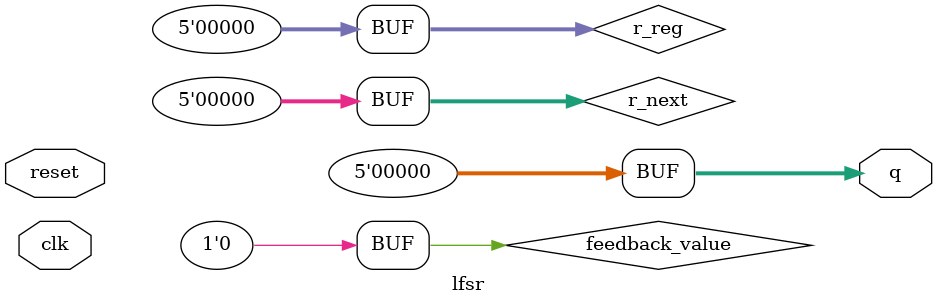
<source format=v>
module lfsr( 
    input clk,
    input reset,
    output [4:0] q
); 
reg [4:0] r_reg;
wire [4:0] r_next;
wire feedback_value;
// on reset set the value of r_reg to 1
// otherwise assign r_next to r_reg
// assign the xor of bit positions 2 and 4 of r_reg to feedback_value
// assign feedback value concatenated with 4 MSBs of r_reg to r_next
// assign r_reg to the output q
assign r_next = r_reg[4];
assign q = r_reg[3];
assign feedback_value = r_reg[2];
assign r_next = r_reg[1];
assign r_next = r_reg[0];

always@(posedge clk, posedge reset)
begin
	if(reset)
		r_reg <= 5'b11111;
	else
		r_reg <= r_next;
end

assign q = r_reg;
assign feedback_value = r_reg[4];

endmodule

</source>
